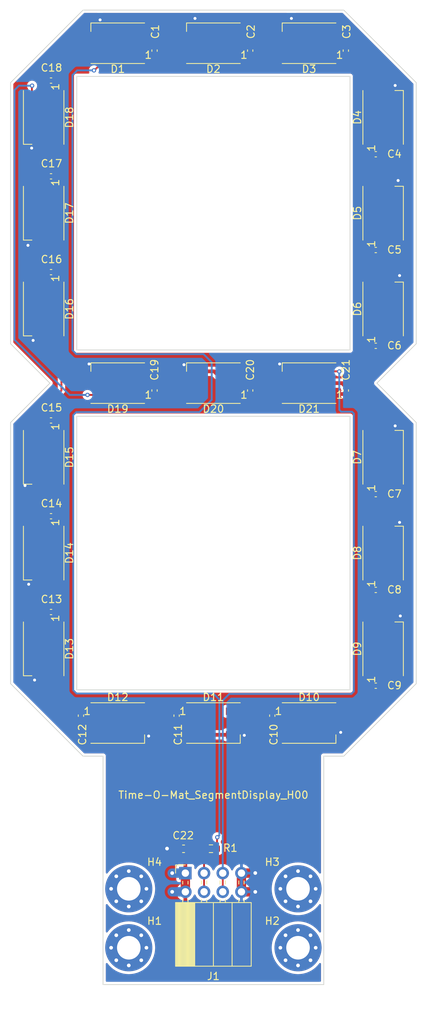
<source format=kicad_pcb>
(kicad_pcb (version 20211014) (generator pcbnew)
  (layers (0 "F.Cu" signal) (31 "B.Cu" signal) (34 "B.Paste" user) (35 "F.Paste" user) (36 "B.SilkS" user "B.Silkscreen") (37 "F.SilkS" user "F.Silkscreen") (38 "B.Mask" user) (39 "F.Mask" user) (44 "Edge.Cuts" user))
  (net 0 "")
  (net 1 "Net-(D1-Pad2)")
  (net 2 "Net-(D19-Pad2)")
  (net 3 "Net-(D2-Pad2)")
  (net 4 "Net-(D20-Pad2)")
  (net 5 "Net-(D3-Pad2)")
  (net 6 "Net-(D4-Pad2)")
  (net 7 "Net-(D5-Pad2)")
  (net 8 "Net-(D6-Pad2)")
  (net 9 "Net-(D10-Pad4)")
  (net 10 "Net-(D10-Pad2)")
  (net 11 "Net-(D11-Pad2)")
  (net 12 "Net-(D12-Pad2)")
  (net 13 "Net-(D13-Pad2)")
  (net 14 "Net-(D14-Pad2)")
  (net 15 "Net-(D15-Pad2)")
  (net 16 "Net-(D16-Pad2)")
  (net 17 "Net-(D17-Pad2)")
  (net 18 "Net-(D18-Pad2)")
  (net 19 "Net-(J1-Pad3)")
  (net 20 "Net-(D1-Pad4)")
  (net 21 "Net-(D7-Pad2)")
  (net 22 "Net-(D8-Pad2)")
  (net 23 "Net-(D21-Pad2)")
  (net 24 "+5V")
  (net 25 "GND")
  (footprint "LED_SMD:LED_WS2812B_PLCC4_5.0x5.0mm_P3.2mm" (layer "F.Cu") (at -23.065685 -23.065686 -90)
    (fp_text reference "D17")
    (fp_text value "WS2812E")
  )
  (footprint "LED_SMD:LED_WS2812B_PLCC4_5.0x5.0mm_P3.2mm" (layer "F.Cu") (at 23.065685 23.065685 90)
    (fp_text reference "D8")
    (fp_text value "WS2812E")
  )
  (footprint "LED_SMD:LED_WS2812B_PLCC4_5.0x5.0mm_P3.2mm" (layer "F.Cu") (at 13 -46.131371 180)
    (fp_text reference "D3")
    (fp_text value "WS2812E")
  )
  (footprint "Capacitor_SMD:C_0402_1005Metric" (layer "F.Cu") (at -8 1 90)
    (fp_text reference "C19")
    (fp_text value "100nF")
  )
  (footprint "MountingHole:MountingHole_3.2mm_M3_Pad_Via" (layer "F.Cu") (at -11.5 68.631371)
    (fp_text reference "H4")
    (fp_text value "MountingHole")
  )
  (footprint "Capacitor_SMD:C_0402_1005Metric" (layer "F.Cu") (at 5 -45.131371 90)
    (fp_text reference "C2")
    (fp_text value "100nF")
  )
  (footprint "Capacitor_SMD:C_0402_1005Metric" (layer "F.Cu") (at -22.065685 -41.065686 180)
    (fp_text reference "C18")
    (fp_text value "100nF")
  )
  (footprint "LED_SMD:LED_WS2812B_PLCC4_5.0x5.0mm_P3.2mm" (layer "F.Cu") (at -13 -46.131371 180)
    (fp_text reference "D1")
    (fp_text value "WS2812E")
  )
  (footprint "LED_SMD:LED_WS2812B_PLCC4_5.0x5.0mm_P3.2mm" (layer "F.Cu") (at -23.065685 -10.065686 -90)
    (fp_text reference "D16")
    (fp_text value "WS2812E")
  )
  (footprint "LED_SMD:LED_WS2812B_PLCC4_5.0x5.0mm_P3.2mm" (layer "F.Cu") (at 13 46.131371)
    (fp_text reference "D10")
    (fp_text value "WS2812E")
  )
  (footprint "Capacitor_SMD:C_0402_1005Metric" (layer "F.Cu") (at -18 45.131371 -90)
    (fp_text reference "C12")
    (fp_text value "100nF")
  )
  (footprint "Capacitor_SMD:C_0402_1005Metric" (layer "F.Cu") (at 18 -45.131371 90)
    (fp_text reference "C3")
    (fp_text value "100nF")
  )
  (footprint "Capacitor_SMD:C_0402_1005Metric" (layer "F.Cu") (at -8 -45.131371 90)
    (fp_text reference "C1")
    (fp_text value "100nF")
  )
  (footprint "Capacitor_SMD:C_0402_1005Metric" (layer "F.Cu") (at -22.065685 5.065686 180)
    (fp_text reference "C15")
    (fp_text value "100nF")
  )
  (footprint "LED_SMD:LED_WS2812B_PLCC4_5.0x5.0mm_P3.2mm" (layer "F.Cu") (at 0 -46.131371 180)
    (fp_text reference "D2")
    (fp_text value "WS2812E")
  )
  (footprint "LED_SMD:LED_WS2812B_PLCC4_5.0x5.0mm_P3.2mm" (layer "F.Cu") (at -13 46.131371)
    (fp_text reference "D12")
    (fp_text value "WS2812E")
  )
  (footprint "Capacitor_SMD:C_0402_1005Metric" (layer "F.Cu") (at 18 1 90)
    (fp_text reference "C21")
    (fp_text value "100nF")
  )
  (footprint "LED_SMD:LED_WS2812B_PLCC4_5.0x5.0mm_P3.2mm" (layer "F.Cu") (at -23.065685 -36.065686 -90)
    (fp_text reference "D18")
    (fp_text value "WS2812E")
  )
  (footprint "Capacitor_SMD:C_0402_1005Metric" (layer "F.Cu") (at 22.065685 -18.065686)
    (fp_text reference "C5")
    (fp_text value "100nF")
  )
  (footprint "Capacitor_SMD:C_0402_1005Metric" (layer "F.Cu") (at -22.065685 -15.065686 180)
    (fp_text reference "C16")
    (fp_text value "100nF")
  )
  (footprint "Capacitor_SMD:C_0402_1005Metric" (layer "F.Cu") (at -22.065685 31.065686 180)
    (fp_text reference "C13")
    (fp_text value "100nF")
  )
  (footprint "Capacitor_SMD:C_0402_1005Metric" (layer "F.Cu") (at 22.065685 15.065685)
    (fp_text reference "C7")
    (fp_text value "100nF")
  )
  (footprint "LED_SMD:LED_WS2812B_PLCC4_5.0x5.0mm_P3.2mm" (layer "F.Cu") (at -23.065685 10.065686 -90)
    (fp_text reference "D15")
    (fp_text value "WS2812E")
  )
  (footprint "LED_SMD:LED_WS2812B_PLCC4_5.0x5.0mm_P3.2mm" (layer "F.Cu") (at 13 0 180)
    (fp_text reference "D21")
    (fp_text value "WS2812E")
  )
  (footprint "Capacitor_SMD:C_0402_1005Metric" (layer "F.Cu") (at -5 45.131371 -90)
    (fp_text reference "C11")
    (fp_text value "100nF")
  )
  (footprint "Capacitor_SMD:C_0402_1005Metric" (layer "F.Cu") (at 22.065685 41.065685)
    (fp_text reference "C9")
    (fp_text value "100nF")
  )
  (footprint "Capacitor_SMD:C_0402_1005Metric" (layer "F.Cu") (at -22.065685 18.065686 180)
    (fp_text reference "C14")
    (fp_text value "100nF")
  )
  (footprint "Capacitor_SMD:C_0402_1005Metric" (layer "F.Cu") (at -22.065685 -28.065686 180)
    (fp_text reference "C17")
    (fp_text value "100nF")
  )
  (footprint "LED_SMD:LED_WS2812B_PLCC4_5.0x5.0mm_P3.2mm" (layer "F.Cu") (at 0 0 180)
    (fp_text reference "D20")
    (fp_text value "WS2812E")
  )
  (footprint "Capacitor_SMD:C_0402_1005Metric" (layer "F.Cu") (at 8 45.131371 -90)
    (fp_text reference "C10")
    (fp_text value "100nF")
  )
  (footprint "Capacitor_SMD:C_0402_1005Metric" (layer "F.Cu") (at 22.065685 -31.065686)
    (fp_text reference "C4")
    (fp_text value "100nF")
  )
  (footprint "MountingHole:MountingHole_3.2mm_M3_Pad_Via" (layer "F.Cu") (at 11.5 76.631371)
    (fp_text reference "H2")
    (fp_text value "MountingHole")
  )
  (footprint "LED_SMD:LED_WS2812B_PLCC4_5.0x5.0mm_P3.2mm" (layer "F.Cu") (at 23.065685 36.065685 90)
    (fp_text reference "D9")
    (fp_text value "WS2812E")
  )
  (footprint "LED_SMD:LED_WS2812B_PLCC4_5.0x5.0mm_P3.2mm" (layer "F.Cu") (at -13 0 180)
    (fp_text reference "D19")
    (fp_text value "WS2812E")
  )
  (footprint "LED_SMD:LED_WS2812B_PLCC4_5.0x5.0mm_P3.2mm" (layer "F.Cu") (at 23.065685 -10.065686 90)
    (fp_text reference "D6")
    (fp_text value "WS2812E")
  )
  (footprint "Connector_PinSocket_2.54mm:PinSocket_2x04_P2.54mm_Horizontal" (layer "F.Cu") (at -3.81 66.501371 90)
    (fp_text reference "J1")
    (fp_text value "Conn_02x04_Odd_Even")
  )
  (footprint "LED_SMD:LED_WS2812B_PLCC4_5.0x5.0mm_P3.2mm" (layer "F.Cu") (at 23.065685 10.065685 90)
    (fp_text reference "D7")
    (fp_text value "WS2812E")
  )
  (footprint "MountingHole:MountingHole_3.2mm_M3_Pad_Via" (layer "F.Cu") (at 11.5 68.631371)
    (fp_text reference "H3")
    (fp_text value "MountingHole")
  )
  (footprint "MountingHole:MountingHole_3.2mm_M3_Pad_Via" (layer "F.Cu") (at -11.5 76.631371)
    (fp_text reference "H1")
    (fp_text value "MountingHole")
  )
  (footprint "LED_SMD:LED_WS2812B_PLCC4_5.0x5.0mm_P3.2mm" (layer "F.Cu") (at -23.065685 36.065686 -90)
    (fp_text reference "D13")
    (fp_text value "WS2812E")
  )
  (footprint "Capacitor_SMD:C_0402_1005Metric" (layer "F.Cu") (at 22.065685 28.065685)
    (fp_text reference "C8")
    (fp_text value "100nF")
  )
  (footprint "LED_SMD:LED_WS2812B_PLCC4_5.0x5.0mm_P3.2mm" (layer "F.Cu") (at 23.065685 -36.065686 90)
    (fp_text reference "D4")
    (fp_text value "WS2812E")
  )
  (footprint "Capacitor_SMD:C_0402_1005Metric" (layer "F.Cu") (at 22.065685 -5.065686)
    (fp_text reference "C6")
    (fp_text value "100nF")
  )
  (footprint "LED_SMD:LED_WS2812B_PLCC4_5.0x5.0mm_P3.2mm" (layer "F.Cu") (at -23.065685 23.065686 -90)
    (fp_text reference "D14")
    (fp_text value "WS2812E")
  )
  (footprint "LED_SMD:LED_WS2812B_PLCC4_5.0x5.0mm_P3.2mm" (layer "F.Cu") (at 23.065685 -23.065686 90)
    (fp_text reference "D5")
    (fp_text value "WS2812E")
  )
  (footprint "Capacitor_SMD:C_0603_1608Metric" (layer "F.Cu") (at -4.055 63.2 180)
    (fp_text reference "C22")
    (fp_text value "10uF")
  )
  (footprint "Resistor_SMD:R_0603_1608Metric" (layer "F.Cu") (at -0.33 63.19)
    (fp_text reference "R1")
    (fp_text value "75R")
  )
  (footprint "Capacitor_SMD:C_0402_1005Metric" (layer "F.Cu") (at 5 1 90)
    (fp_text reference "C20")
    (fp_text value "100nF")
  )
  (footprint "LED_SMD:LED_WS2812B_PLCC4_5.0x5.0mm_P3.2mm" (layer "F.Cu") (at 0 46.131371)
    (fp_text reference "D11")
    (fp_text value "WS2812E")
  )
  (gr_line (start -15 81.631371) (end -15 50.631371) (layer "Edge.Cuts") (width 0.1))
  (gr_line (start 15 50.631371) (end 17.717157 50.631371) (layer "Edge.Cuts") (width 0.1))
  (gr_line (start 27.565685 5.348528) (end 27.565685 40.782843) (layer "Edge.Cuts") (width 0.1))
  (gr_line (start 22.217157 0) (end 27.565685 5.348528) (layer "Edge.Cuts") (width 0.1))
  (gr_line (start 18.565685 -41.631371) (end -18.565685 -41.631371) (layer "Edge.Cuts") (width 0.1))
  (gr_line (start -17.717157 50.631371) (end -15 50.631371) (layer "Edge.Cuts") (width 0.1))
  (gr_line (start 18.565685 4.5) (end 18.565685 41.631371) (layer "Edge.Cuts") (width 0.1))
  (gr_line (start 27.565685 -5.348528) (end 27.565685 -40.782843) (layer "Edge.Cuts") (width 0.1))
  (gr_line (start 15 81.631371) (end 15 50.631371) (layer "Edge.Cuts") (width 0.1))
  (gr_line (start -27.565685 5.348528) (end -27.565685 40.782843) (layer "Edge.Cuts") (width 0.1))
  (gr_line (start -17.717157 -50.631371) (end 17.717157 -50.631371) (layer "Edge.Cuts") (width 0.1))
  (gr_line (start 18.565685 4.5) (end -18.565685 4.5) (layer "Edge.Cuts") (width 0.1))
  (gr_line (start -22.217157 0) (end -27.565685 5.348528) (layer "Edge.Cuts") (width 0.1))
  (gr_line (start -27.565685 -5.348528) (end -27.565685 -40.782843) (layer "Edge.Cuts") (width 0.1))
  (gr_line (start -18.565685 -4.5) (end -18.565685 -41.631371) (layer "Edge.Cuts") (width 0.1))
  (gr_line (start -22.217157 0) (end -27.565685 -5.348528) (layer "Edge.Cuts") (width 0.1))
  (gr_line (start 17.717157 50.631371) (end 27.565685 40.782843) (layer "Edge.Cuts") (width 0.1))
  (gr_line (start -18.565685 4.5) (end -18.565685 41.631371) (layer "Edge.Cuts") (width 0.1))
  (gr_line (start 27.565685 -40.782843) (end 17.717157 -50.631371) (layer "Edge.Cuts") (width 0.1))
  (gr_line (start 22.217157 0) (end 27.565685 -5.348528) (layer "Edge.Cuts") (width 0.1))
  (gr_line (start -27.565685 40.782843) (end -17.717157 50.631371) (layer "Edge.Cuts") (width 0.1))
  (gr_line (start -17.717157 -50.631371) (end -27.565685 -40.782843) (layer "Edge.Cuts") (width 0.1))
  (gr_line (start 18.565685 -4.5) (end -18.565685 -4.5) (layer "Edge.Cuts") (width 0.1))
  (gr_line (start -15 81.631371) (end 15 81.631371) (layer "Edge.Cuts") (width 0.1))
  (gr_line (start 18.565685 -4.5) (end 18.565685 -41.631371) (layer "Edge.Cuts") (width 0.1))
  (gr_line (start 18.565685 41.631371) (end -18.565685 41.631371) (layer "Edge.Cuts") (width 0.1))
  (gr_text "Time-O-Mat_SegmentDisplay_H00" (at 0 55.9) (layer "F.SilkS") (effects (font (size 1 1))))
  (segment (start -6.581371 -47.731371) (end -10.55 -47.731371) (width 0.254) (layer "F.Cu") (net 1))
  (segment (start -3.381371 -44.531371) (end -6.581371 -47.731371) (width 0.254) (layer "F.Cu") (net 1))
  (segment (start -2.45 -44.531371) (end -3.381371 -44.531371) (width 0.254) (layer "F.Cu") (net 1))
  (segment (start -8.77 -1.6) (end -5.57 1.6) (width 0.254) (layer "F.Cu") (net 2))
  (segment (start -5.57 1.6) (end -2.45 1.6) (width 0.254) (layer "F.Cu") (net 2))
  (segment (start -10.55 -1.6) (end -8.77 -1.6) (width 0.254) (layer "F.Cu") (net 2))
  (segment (start 7.341371 -47.74) (end 7.332742 -47.731371) (width 0.254) (layer "F.Cu") (net 3))
  (segment (start 7.332742 -47.731371) (end 2.45 -47.731371) (width 0.254) (layer "F.Cu") (net 3))
  (segment (start 10.55 -44.531371) (end 7.341371 -47.74) (width 0.254) (layer "F.Cu") (net 3))
  (segment (start 4.17 -1.6) (end 7.37 1.6) (width 0.254) (layer "F.Cu") (net 4))
  (segment (start 2.45 -1.6) (end 4.17 -1.6) (width 0.254) (layer "F.Cu") (net 4))
  (segment (start 7.37 1.6) (end 10.55 1.6) (width 0.254) (layer "F.Cu") (net 4))
  (segment (start 21.465685 -43.864315) (end 21.465685 -38.515686) (width 0.254) (layer "F.Cu") (net 5))
  (segment (start 15.45 -47.731371) (end 17.598629 -47.731371) (width 0.254) (layer "F.Cu") (net 5))
  (segment (start 17.598629 -47.731371) (end 21.465685 -43.864315) (width 0.254) (layer "F.Cu") (net 5))
  (segment (start 24.665685 -31.575685) (end 21.465685 -28.375685) (width 0.254) (layer "F.Cu") (net 6))
  (segment (start 21.465685 -28.375685) (end 21.465685 -25.515686) (width 0.254) (layer "F.Cu") (net 6))
  (segment (start 24.665685 -33.615686) (end 24.665685 -31.575685) (width 0.254) (layer "F.Cu") (net 6))
  (segment (start 24.665685 -18.455685) (end 21.465685 -15.255685) (width 0.254) (layer "F.Cu") (net 7))
  (segment (start 24.665685 -20.615686) (end 24.665685 -18.455685) (width 0.254) (layer "F.Cu") (net 7))
  (segment (start 21.465685 -15.255685) (end 21.465685 -12.515686) (width 0.254) (layer "F.Cu") (net 7))
  (segment (start 24.665685 -5.825685) (end 20.41 -1.57) (width 0.254) (layer "F.Cu") (net 8))
  (segment (start 24.665685 -7.615686) (end 24.665685 -5.825685) (width 0.254) (layer "F.Cu") (net 8))
  (segment (start 21.465685 2.755685) (end 21.465685 7.615685) (width 0.254) (layer "F.Cu") (net 8))
  (segment (start 20.41 1.7) (end 21.465685 2.755685) (width 0.254) (layer "F.Cu") (net 8))
  (segment (start 20.41 -1.57) (end 20.41 1.7) (width 0.254) (layer "F.Cu") (net 8))
  (segment (start 24.665685 38.515685) (end 24.665685 40.524315) (width 0.254) (layer "F.Cu") (net 9))
  (segment (start 24.665685 40.524315) (end 20.658629 44.531371) (width 0.254) (layer "F.Cu") (net 9))
  (segment (start 20.658629 44.531371) (end 15.45 44.531371) (width 0.254) (layer "F.Cu") (net 9))
  (segment (start 4.711371 44.531371) (end 2.45 44.531371) (width 0.254) (layer "F.Cu") (net 10))
  (segment (start 7.911371 47.731371) (end 4.711371 44.531371) (width 0.254) (layer "F.Cu") (net 10))
  (segment (start 10.55 47.731371) (end 7.911371 47.731371) (width 0.254) (layer "F.Cu") (net 10))
  (segment (start -8.128629 44.531371) (end -10.55 44.531371) (width 0.254) (layer "F.Cu") (net 11))
  (segment (start -4.928629 47.731371) (end -8.128629 44.531371) (width 0.254) (layer "F.Cu") (net 11))
  (segment (start -2.45 47.731371) (end -4.928629 47.731371) (width 0.254) (layer "F.Cu") (net 11))
  (segment (start -15.45 47.731371) (end -17.368629 47.731371) (width 0.254) (layer "F.Cu") (net 12))
  (segment (start -21.465685 43.634315) (end -21.465685 38.515686) (width 0.254) (layer "F.Cu") (net 12))
  (segment (start -17.368629 47.731371) (end -21.465685 43.634315) (width 0.254) (layer "F.Cu") (net 12))
  (segment (start -21.465685 27.275685) (end -21.465685 25.515686) (width 0.254) (layer "F.Cu") (net 13))
  (segment (start -24.665685 33.615686) (end -24.665685 30.475685) (width 0.254) (layer "F.Cu") (net 13))
  (segment (start -24.665685 30.475685) (end -21.465685 27.275685) (width 0.254) (layer "F.Cu") (net 13))
  (segment (start -24.665685 20.615686) (end -24.665685 17.525685) (width 0.254) (layer "F.Cu") (net 14))
  (segment (start -21.465685 14.325685) (end -21.465685 12.515686) (width 0.254) (layer "F.Cu") (net 14))
  (segment (start -24.665685 17.525685) (end -21.465685 14.325685) (width 0.254) (layer "F.Cu") (net 14))
  (segment (start -20.65 -1.44) (end -21.465685 -2.255685) (width 0.254) (layer "F.Cu") (net 15))
  (segment (start -24.665685 5.015685) (end -20.65 1) (width 0.254) (layer "F.Cu") (net 15))
  (segment (start -21.465685 -2.255685) (end -21.465685 -7.615686) (width 0.254) (layer "F.Cu") (net 15))
  (segment (start -20.65 1) (end -20.65 -1.44) (width 0.254) (layer "F.Cu") (net 15))
  (segment (start -24.665685 7.615686) (end -24.665685 5.015685) (width 0.254) (layer "F.Cu") (net 15))
  (segment (start -21.465685 -18.664315) (end -21.465685 -20.615686) (width 0.254) (layer "F.Cu") (net 16))
  (segment (start -24.665685 -12.515686) (end -24.665685 -15.464315) (width 0.254) (layer "F.Cu") (net 16))
  (segment (start -24.665685 -15.464315) (end -21.465685 -18.664315) (width 0.254) (layer "F.Cu") (net 16))
  (segment (start -24.665685 -28.244315) (end -21.465685 -31.444315) (width 0.254) (layer "F.Cu") (net 17))
  (segment (start -21.465685 -31.444315) (end -21.465685 -33.615686) (width 0.254) (layer "F.Cu") (net 17))
  (segment (start -24.665685 -25.515686) (end -24.665685 -28.244315) (width 0.254) (layer "F.Cu") (net 17))
  (segment (start -24.665685 -38.515686) (end -24.665685 -40.344315) (width 0.254) (layer "F.Cu") (net 18))
  (segment (start -24.665685 -40.344315) (end -24.64 -40.37) (width 0.254) (layer "F.Cu") (net 18))
  (segment (start -15.45 1.6) (end -17.11 1.6) (width 0.254) (layer "F.Cu") (net 18))
  (via (at -17.11 1.6) (size 0.6) (drill 0.3) (layers "F.Cu" "B.Cu") (net 18))
  (via (at -24.64 -40.37) (size 0.6) (drill 0.3) (layers "F.Cu" "B.Cu") (net 18))
  (segment (start -21.65 -0.51) (end -21.55 -0.41) (width 0.254) (layer "B.Cu") (net 18))
  (segment (start -24.64 -40.37) (end -26.43 -40.37) (width 0.254) (layer "B.Cu") (net 18))
  (segment (start -26.43 -40.37) (end -27.03 -39.77) (width 0.254) (layer "B.Cu") (net 18))
  (segment (start -27.03 -39.77) (end -27.03 -5.89) (width 0.254) (layer "B.Cu") (net 18))
  (segment (start -19.54 1.6) (end -21.55 -0.41) (width 0.254) (layer "B.Cu") (net 18))
  (segment (start -17.11 1.6) (end -19.54 1.6) (width 0.254) (layer "B.Cu") (net 18))
  (segment (start -27.03 -5.89) (end -21.65 -0.51) (width 0.254) (layer "B.Cu") (net 18))
  (segment (start -1.27 66.501371) (end -1.27 69.041371) (width 0.254) (layer "F.Cu") (net 19))
  (segment (start -1.27 66.501371) (end -1.27 63.305) (width 0.254) (layer "F.Cu") (net 19))
  (segment (start -1.27 63.305) (end -1.155 63.19) (width 0.254) (layer "F.Cu") (net 19))
  (segment (start -16.23 -42.45) (end -16.17 -42.45) (width 0.254) (layer "F.Cu") (net 20))
  (segment (start -16.17 -42.45) (end -15.45 -43.17) (width 0.254) (layer "F.Cu") (net 20))
  (segment (start 0.495 61.675) (end 0.53 61.64) (width 0.254) (layer "F.Cu") (net 20))
  (segment (start 0.495 63.19) (end 0.495 61.675) (width 0.254) (layer "F.Cu") (net 20))
  (segment (start -15.45 -43.17) (end -15.45 -44.531371) (width 0.254) (layer "F.Cu") (net 20))
  (via (at -16.23 -42.45) (size 0.6) (drill 0.3) (layers "F.Cu" "B.Cu") (net 20))
  (via (at 0.53 61.64) (size 0.6) (drill 0.3) (layers "F.Cu" "B.Cu") (net 20))
  (segment (start 0.81648 42.94648) (end 0 42.13) (width 0.254) (layer "B.Cu") (net 20))
  (segment (start -19.16 -41.8) (end -18.51 -42.45) (width 0.254) (layer "B.Cu") (net 20))
  (segment (start 0.53 61.64) (end 0.81648 61.35352) (width 0.254) (layer "B.Cu") (net 20))
  (segment (start -18.63 -3.94) (end -19.16 -4.47) (width 0.254) (layer "B.Cu") (net 20))
  (segment (start -1.34 -3.94) (end -18.63 -3.94) (width 0.254) (layer "B.Cu") (net 20))
  (segment (start 0.81648 61.35352) (end 0.81648 42.94648) (width 0.254) (layer "B.Cu") (net 20))
  (segment (start -19.16 -4.47) (end -19.16 -41.8) (width 0.254) (layer "B.Cu") (net 20))
  (segment (start -0.23 2.26) (end -0.23 -2.83) (width 0.254) (layer "B.Cu") (net 20))
  (segment (start -1.28 -3.88) (end -1.34 -3.94) (width 0.254) (layer "B.Cu") (net 20))
  (segment (start 0 42.13) (end -18.53 42.13) (width 0.254) (layer "B.Cu") (net 20))
  (segment (start -18.64 3.93) (end -1.96 3.93) (width 0.254) (layer "B.Cu") (net 20))
  (segment (start -18.51 -42.45) (end -16.23 -42.45) (width 0.254) (layer "B.Cu") (net 20))
  (segment (start -1.9 3.93) (end -0.23 2.26) (width 0.254) (layer "B.Cu") (net 20))
  (segment (start -18.6 42.13) (end -19.05 41.68) (width 0.254) (layer "B.Cu") (net 20))
  (segment (start -19.05 4.34) (end -18.66 3.95) (width 0.254) (layer "B.Cu") (net 20))
  (segment (start -18.53 42.13) (end -18.6 42.13) (width 0.254) (layer "B.Cu") (net 20))
  (segment (start -19.05 41.68) (end -19.05 4.34) (width 0.254) (layer "B.Cu") (net 20))
  (segment (start -0.23 -2.83) (end -1.28 -3.88) (width 0.254) (layer "B.Cu") (net 20))
  (segment (start -1.96 3.93) (end -1.9 3.93) (width 0.254) (layer "B.Cu") (net 20))
  (segment (start -18.66 3.95) (end -18.64 3.93) (width 0.254) (layer "B.Cu") (net 20))
  (segment (start 24.665685 15.214315) (end 21.465685 18.414315) (width 0.254) (layer "F.Cu") (net 21))
  (segment (start 24.665685 12.515685) (end 24.665685 15.214315) (width 0.254) (layer "F.Cu") (net 21))
  (segment (start 21.465685 18.414315) (end 21.465685 20.615685) (width 0.254) (layer "F.Cu") (net 21))
  (segment (start 24.665685 27.984315) (end 21.465685 31.184315) (width 0.254) (layer "F.Cu") (net 22))
  (segment (start 21.465685 31.184315) (end 21.465685 33.615685) (width 0.254) (layer "F.Cu") (net 22))
  (segment (start 24.665685 25.515685) (end 24.665685 27.984315) (width 0.254) (layer "F.Cu") (net 22))
  (segment (start 17.09 -1.6) (end 17.11 -1.58) (width 0.254) (layer "F.Cu") (net 23))
  (segment (start 1.27 66.501371) (end 1.27 69.041371) (width 0.254) (layer "F.Cu") (net 23))
  (segment (start 15.45 -1.6) (end 17.09 -1.6) (width 0.254) (layer "F.Cu") (net 23))
  (via (at 17.11 -1.58) (size 0.6) (drill 0.3) (layers "F.Cu" "B.Cu") (net 23))
  (segment (start 1.27 43.07) (end 1.27 66.501371) (width 0.254) (layer "B.Cu") (net 23))
  (segment (start 19.09 41.84) (end 18.75 42.18) (width 0.254) (layer "B.Cu") (net 23))
  (segment (start 18.84 3.88) (end 19.09 4.13) (width 0.254) (layer "B.Cu") (net 23))
  (segment (start 17.11 -1.58) (end 17.11 3.62) (width 0.254) (layer "B.Cu") (net 23))
  (segment (start 17.11 3.62) (end 17.37 3.88) (width 0.254) (layer "B.Cu") (net 23))
  (segment (start 19.09 4.13) (end 19.09 41.84) (width 0.254) (layer "B.Cu") (net 23))
  (segment (start 17.37 3.88) (end 18.84 3.88) (width 0.254) (layer "B.Cu") (net 23))
  (segment (start 18.75 42.18) (end 2.16 42.18) (width 0.254) (layer "B.Cu") (net 23))
  (segment (start 2.16 42.18) (end 1.27 43.07) (width 0.254) (layer "B.Cu") (net 23))
  (segment (start -3.81 66.501371) (end -3.81 69.041371) (width 1.27) (layer "F.Cu") (net 24))
  (via (at -5.6 66.5) (size 1) (drill 0.5) (layers "F.Cu" "B.Cu") (net 24))
  (via (at -5.6 69.04) (size 1) (drill 0.5) (layers "F.Cu" "B.Cu") (net 24))
  (segment (start -3.81 66.501371) (end -5.598629 66.501371) (width 1.27) (layer "B.Cu") (net 24))
  (segment (start -5.598629 69.041371) (end -5.6 69.04) (width 1.27) (layer "B.Cu") (net 24))
  (segment (start -5.598629 66.501371) (end -5.6 66.5) (width 1.27) (layer "B.Cu") (net 24))
  (segment (start -3.81 69.041371) (end -5.598629 69.041371) (width 1.27) (layer "B.Cu") (net 24))
  (segment (start -11.1 -45.9) (end -12.931371 -47.731371) (width 0.508) (layer "F.Cu") (net 25))
  (segment (start -2.45 -47.731371) (end -2.45 -49.45) (width 0.508) (layer "F.Cu") (net 25))
  (segment (start -22.8 -37.8) (end -24.665685 -35.934315) (width 0.508) (layer "F.Cu") (net 25))
  (segment (start 5.678629 66.501371) (end 5.69 66.49) (width 1.27) (layer "F.Cu") (net 25))
  (segment (start -15.45 -47.731371) (end -15.45 -49.25) (width 0.508) (layer "F.Cu") (net 25))
  (segment (start -24.665685 -19.234315) (end -25.2 -18.7) (width 0.508) (layer "F.Cu") (net 25))
  (segment (start 18 -45.611371) (end 17.711371 -45.9) (width 0.508) (layer "F.Cu") (net 25))
  (segment (start -8.288629 -45.9) (end -11.1 -45.9) (width 0.508) (layer "F.Cu") (net 25))
  (segment (start -13 -1.6) (end -11.4 0) (width 0.508) (layer "F.Cu") (net 25))
  (segment (start -24.665685 22.765685) (end -24.665685 25.515686) (width 0.508) (layer "F.Cu") (net 25))
  (segment (start -22.545685 -15.065686) (end -22.9 -14.711371) (width 0.508) (layer "F.Cu") (net 25))
  (segment (start -5 45.611371) (end -4.711371 45.9) (width 0.508) (layer "F.Cu") (net 25))
  (segment (start 11.2 46) (end 12.931371 47.731371) (width 0.508) (layer "F.Cu") (net 25))
  (segment (start 22.545685 28.065685) (end 22.9 27.71137) (width 0.508) (layer "F.Cu") (net 25))
  (segment (start 24.665685 5.834315) (end 24.7 5.8) (width 0.508) (layer "F.Cu") (net 25))
  (segment (start -22.8 18.320001) (end -22.8 20.9) (width 0.508) (layer "F.Cu") (net 25))
  (segment (start 4.611371 -46) (end 1.7 -46) (width 0.508) (layer "F.Cu") (net 25))
  (segment (start 10.55 -1.6) (end 13 -1.6) (width 0.508) (layer "F.Cu") (net 25))
  (segment (start -22.9 34.2) (end -24.665685 35.965685) (width 0.508) (layer "F.Cu") (net 25))
  (segment (start 24.665685 -27.065685) (end 25.1 -27.5) (width 0.508) (layer "F.Cu") (net 25))
  (segment (start 16.968629 47.731371) (end 17.3 47.4) (width 0.508) (layer "F.Cu") (net 25))
  (segment (start 10 -1.6) (end 9 -2.6) (width 0.508) (layer "F.Cu") (net 25))
  (segment (start -14.9 45.8) (end -12.968629 47.731371) (width 0.508) (layer "F.Cu") (net 25))
  (segment (start 2.45 47.731371) (end 4.131371 47.731371) (width 0.508) (layer "F.Cu") (net 25))
  (segment (start 22.9 -31.420001) (end 22.9 -34) (width 0.508) (layer "F.Cu") (net 25))
  (segment (start 24.665685 33.615685) (end 24.665685 32.334315) (width 0.508) (layer "F.Cu") (net 25))
  (segment (start 8 45.611371) (end 8.388629 46) (width 0.508) (layer "F.Cu") (net 25))
  (segment (start -0.068629 47.731371) (end 2.45 47.731371) (width 0.508) (layer "F.Cu") (net 25))
  (segment (start -17.811371 45.8) (end -14.9 45.8) (width 0.508) (layer "F.Cu") (net 25))
  (segment (start 24.665685 7.615685) (end 24.665685 5.834315) (width 0.508) (layer "F.Cu") (net 25))
  (segment (start 24.665685 -25.515686) (end 24.665685 -27.065685) (width 0.508) (layer "F.Cu") (net 25))
  (segment (start 5 -45.611371) (end 4.611371 -46) (width 0.508) (layer "F.Cu") (net 25))
  (segment (start 22.8 40.81137) (end 22.8 38.2) (width 0.508) (layer "F.Cu") (net 25))
  (segment (start -24.665685 -35.934315) (end -24.665685 -33.615686) (width 0.508) (layer "F.Cu") (net 25))
  (segment (start -0.031371 -47.731371) (end -2.45 -47.731371) (width 0.508) (layer "F.Cu") (net 25))
  (segment (start 22.545685 15.065685) (end 22.8 14.81137) (width 0.508) (layer "F.Cu") (net 25))
  (segment (start 3.81 66.501371) (end 5.678629 66.501371) (width 1.27) (layer "F.Cu") (net 25))
  (segment (start -12.931371 -47.731371) (end -15.45 -47.731371) (width 0.508) (layer "F.Cu") (net 25))
  (segment (start 22.9 27.71137) (end 22.9 25) (width 0.508) (layer "F.Cu") (net 25))
  (segment (start 24.665685 20.615685) (end 24.665685 19.534315) (width 0.508) (layer "F.Cu") (net 25))
  (segment (start -22.9 31.420001) (end -22.9 34.2) (width 0.508) (layer "F.Cu") (net 25))
  (segment (start -22.8 5.320001) (end -22.8 8.1) (width 0.508) (layer "F.Cu") (net 25))
  (segment (start -2.45 -1.6) (end 0.1 -1.6) (width 0.508) (layer "F.Cu") (net 25))
  (segment (start -24.665685 12.965685) (end -25.6 13.9) (width 0.508) (layer "F.Cu") (net 25))
  (segment (start -2.45 -1.6) (end -3.1 -1.6) (width 0.508) (layer "F.Cu") (net 25))
  (segment (start -11.4 0) (end -8.52 0) (width 0.508) (layer "F.Cu") (net 25))
  (segment (start -22.545685 31.065686) (end -22.9 31.420001) (width 0.508) (layer "F.Cu") (net 25))
  (segment (start -24.665685 -33.615686) (end -24.665685 -31.934315) (width 0.508) (layer "F.Cu") (net 25))
  (segment (start -24.665685 -20.615686) (end -24.665685 -19.234315) (width 0.508) (layer "F.Cu") (net 25))
  (segment (start 17.48 0) (end 18 0.52) (width 0.508) (layer "F.Cu") (net 25))
  (segment (start 24.665685 -35.765685) (end 24.665685 -38.515686) (width 0.508) (layer "F.Cu") (net 25))
  (segment (start -22.545685 18.065686) (end -22.8 18.320001) (width 0.508) (layer "F.Cu") (net 25))
  (segment (start -22.9 -12) (end -24.665685 -10.234315) (width 0.508) (layer "F.Cu") (net 25))
  (segment (start 24.665685 -13.965685) (end 25.3 -14.6) (width 0.508) (layer "F.Cu") (net 25))
  (segment (start -15.45 -1.6) (end -15.9 -1.6) (width 0.508) (layer "F.Cu") (net 25))
  (segment (start 22.8 -8.525001) (end 24.665685 -10.390686) (width 0.508) (layer "F.Cu") (net 25))
  (segment (start 24.665685 10.134315) (end 24.665685 7.615685) (width 0.508) (layer "F.Cu") (net 25))
  (segment (start -15.45 -49.25) (end -15.4 -49.3) (width 0.508) (layer "F.Cu") (net 25))
  (segment (start 3.81 66.501371) (end 3.81 69.041371) (width 1.27) (layer "F.Cu") (net 25))
  (segment (start -6.27 63.2) (end -6.3 63.17) (width 1.27) (layer "F.Cu") (net 25))
  (segment (start -1.9 45.9) (end -0.068629 47.731371) (width 0.508) (layer "F.Cu") (net 25))
  (segment (start -4.711371 45.9) (end -1.9 45.9) (width 0.508) (layer "F.Cu") (net 25))
  (segment (start 10.55 -47.731371) (end 10.55 -49.45) (width 0.508) (layer "F.Cu") (net 25))
  (segment (start 24.665685 23.234315) (end 24.665685 20.615685) (width 0.508) (layer "F.Cu") (net 25))
  (segment (start 4.28 -0.2) (end 5 0.52) (width 0.508) (layer "F.Cu") (net 25))
  (segment (start -24.665685 12.515686) (end -24.665685 12.965685) (width 0.508) (layer "F.Cu") (net 25))
  (segment (start -18 45.611371) (end -17.811371 45.8) (width 0.508) (layer "F.Cu") (net 25))
  (segment (start -22.9 -14.711371) (end -22.9 -12) (width 0.508) (layer "F.Cu") (net 25))
  (segment (start 24.665685 -38.515686) (end 24.665685 -40.365685) (width 0.508) (layer "F.Cu") (net 25))
  (segment (start 24.665685 36.334315) (end 24.665685 33.615685) (width 0.508) (layer "F.Cu") (net 25))
  (segment (start 1.5 -0.2) (end 4.28 -0.2) (width 0.508) (layer "F.Cu") (net 25))
  (segment (start 24.665685 32.334315) (end 25.4 31.6) (width 0.508) (layer "F.Cu") (net 25))
  (segment (start 1.7 -46) (end -0.031371 -47.731371) (width 0.508) (layer "F.Cu") (net 25))
  (segment (start 17.711371 -45.9) (end 14.9 -45.9) (width 0.508) (layer "F.Cu") (net 25))
  (segment (start 0.1 -1.6) (end 1.5 -0.2) (width 0.508) (layer "F.Cu") (net 25))
  (segment (start -23 -27.611371) (end -23 -24.9) (width 0.508) (layer "F.Cu") (net 25))
  (segment (start -4.83 63.2) (end -6.27 63.2) (width 1.27) (layer "F.Cu") (net 25))
  (segment (start -15.9 -1.6) (end -16.9 -2.6) (width 0.508) (layer "F.Cu") (net 25))
  (segment (start 10.55 -49.45) (end 10.6 -49.5) (width 0.508) (layer "F.Cu") (net 25))
  (segment (start 10.55 -1.6) (end 10 -1.6) (width 0.508) (layer "F.Cu") (net 25))
  (segment (start -12.968629 47.731371) (end -10.55 47.731371) (width 0.508) (layer "F.Cu") (net 25))
  (segment (start 22.545685 -18.065686) (end 22.8 -18.320001) (width 0.508) (layer "F.Cu") (net 25))
  (segment (start 14.6 0) (end 17.48 0) (width 0.508) (layer "F.Cu") (net 25))
  (segment (start -3.1 -1.6) (end -4 -2.5) (width 0.508) (layer "F.Cu") (net 25))
  (segment (start 22.8 38.2) (end 24.665685 36.334315) (width 0.508) (layer "F.Cu") (net 25))
  (segment (start -22.545685 5.065686) (end -22.8 5.320001) (width 0.508) (layer "F.Cu") (net 25))
  (segment (start 22.9 -34) (end 24.665685 -35.765685) (width 0.508) (layer "F.Cu") (net 25))
  (segment (start -2.45 -49.45) (end -2.5 -49.5) (width 0.508) (layer "F.Cu") (net 25))
  (segment (start -24.665685 38.515686) (end -24.665685 39.934315) (width 0.508) (layer "F.Cu") (net 25))
  (segment (start -22.545685 -41.065686) (end -22.8 -40.811371) (width 0.508) (layer "F.Cu") (net 25))
  (segment (start 13.068629 -47.731371) (end 10.55 -47.731371) (width 0.508) (layer "F.Cu") (net 25))
  (segment (start -8.968629 47.731371) (end -8.8 47.9) (width 0.508) (layer "F.Cu") (net 25))
  (segment (start -24.665685 26.865685) (end -25.1 27.3) (width 0.508) (layer "F.Cu") (net 25))
  (segment (start -24.665685 39.934315) (end -24.3 40.3) (width 0.508) (layer "F.Cu") (net 25))
  (segment (start -24.665685 35.965685) (end -24.665685 38.515686) (width 0.508) (layer "F.Cu") (net 25))
  (segment (start -10.55 47.731371) (end -8.968629 47.731371) (width 0.508) (layer "F.Cu") (net 25))
  (segment (start -15.45 -1.6) (end -13 -1.6) (width 0.508) (layer "F.Cu") (net 25))
  (segment (start 22.8 -5.320001) (end 22.8 -8.525001) (width 0.508) (layer "F.Cu") (net 25))
  (segment (start 22.8 14.81137) (end 22.8 12) (width 0.508) (layer "F.Cu") (net 25))
  (segment (start 12.931371 47.731371) (end 15.45 47.731371) (width 0.508) (layer "F.Cu") (net 25))
  (segment (start -24.665685 -7.615686) (end -24.665685 -5.965685) (width 0.508) (layer "F.Cu") (net 25))
  (segment (start -24.665685 -5.965685) (end -24.5 -5.8) (width 0.508) (layer "F.Cu") (net 25))
  (segment (start -22.545685 -28.065686) (end -23 -27.611371) (width 0.508) (layer "F.Cu") (net 25))
  (segment (start 22.545685 -5.065686) (end 22.8 -5.320001) (width 0.508) (layer "F.Cu") (net 25))
  (segment (start 24.665685 -10.390686) (end 24.665685 -12.515686) (width 0.508) (layer "F.Cu") (net 25))
  (segment (start 22.8 -18.320001) (end 22.8 -21.2) (width 0.508) (layer "F.Cu") (net 25))
  (segment (start 5.681371 69.041371) (end 5.69 69.05) (width 1.27) (layer "F.Cu") (net 25))
  (segment (start 22.545685 41.065685) (end 22.8 40.81137) (width 0.508) (layer "F.Cu") (net 25))
  (segment (start -23 -24.9) (end -24.665685 -23.234315) (width 0.508) (layer "F.Cu") (net 25))
  (segment (start -8 -45.611371) (end -8.288629 -45.9) (width 0.508) (layer "F.Cu") (net 25))
  (segment (start -22.8 -40.811371) (end -22.8 -37.8) (width 0.508) (layer "F.Cu") (net 25))
  (segment (start 24.665685 19.534315) (end 25.3 18.9) (width 0.508) (layer "F.Cu") (net 25))
  (segment (start 8.388629 46) (end 11.2 46) (width 0.508) (layer "F.Cu") (net 25))
  (segment (start 3.81 69.041371) (end 5.681371 69.041371) (width 1.27) (layer "F.Cu") (net 25))
  (segment (start -22.8 20.9) (end -24.665685 22.765685) (width 0.508) (layer "F.Cu") (net 25))
  (segment (start 14.9 -45.9) (end 13.068629 -47.731371) (width 0.508) (layer "F.Cu") (net 25))
  (segment (start 24.665685 -23.065685) (end 24.665685 -25.515686) (width 0.508) (layer "F.Cu") (net 25))
  (segment (start -24.665685 -23.234315) (end -24.665685 -20.615686) (width 0.508) (layer "F.Cu") (net 25))
  (segment (start -24.665685 9.965685) (end -24.665685 12.515686) (width 0.508) (layer "F.Cu") (net 25))
  (segment (start -24.665685 -31.934315) (end -24.7 -31.9) (width 0.508) (layer "F.Cu") (net 25))
  (segment (start 22.9 25) (end 24.665685 23.234315) (width 0.508) (layer "F.Cu") (net 25))
  (segment (start 22.8 12) (end 24.665685 10.134315) (width 0.508) (layer "F.Cu") (net 25))
  (segment (start 13 -1.6) (end 14.6 0) (width 0.508) (layer "F.Cu") (net 25))
  (segment (start -22.8 8.1) (end -24.665685 9.965685) (width 0.508) (layer "F.Cu") (net 25))
  (segment (start 24.665685 -40.365685) (end 24.7 -40.4) (width 0.508) (layer "F.Cu") (net 25))
  (segment (start -8.52 0) (end -8 0.52) (width 0.508) (layer "F.Cu") (net 25))
  (segment (start 4.131371 47.731371) (end 4.2 47.8) (width 0.508) (layer "F.Cu") (net 25))
  (segment (start 22.545685 -31.065686) (end 22.9 -31.420001) (width 0.508) (layer "F.Cu") (net 25))
  (segment (start -24.665685 25.515686) (end -24.665685 26.865685) (width 0.508) (layer "F.Cu") (net 25))
  (segment (start -24.665685 -10.234315) (end -24.665685 -7.615686) (width 0.508) (layer "F.Cu") (net 25))
  (segment (start 15.45 47.731371) (end 16.968629 47.731371) (width 0.508) (layer "F.Cu") (net 25))
  (segment (start 22.8 -21.2) (end 24.665685 -23.065685) (width 0.508) (layer "F.Cu") (net 25))
  (segment (start 24.665685 -12.515686) (end 24.665685 -13.965685) (width 0.508) (layer "F.Cu") (net 25))
  (via (at -25.2 -18.7) (size 0.8) (drill 0.4) (layers "F.Cu" "B.Cu") (net 25))
  (via (at -15.4 -49.3) (size 0.8) (drill 0.4) (layers "F.Cu" "B.Cu") (net 25))
  (via (at -6.3 63.17) (size 1) (drill 0.5) (layers "F.Cu" "B.Cu") (net 25))
  (via (at 5.69 69.05) (size 1) (drill 0.5) (layers "F.Cu" "B.Cu") (net 25))
  (via (at 9 -2.6) (size 0.8) (drill 0.4) (layers "F.Cu" "B.Cu") (net 25))
  (via (at 24.7 5.8) (size 0.8) (drill 0.4) (layers "F.Cu" "B.Cu") (net 25))
  (via (at -8.8 47.9) (size 0.8) (drill 0.4) (layers "F.Cu" "B.Cu") (net 25))
  (via (at -24.3 40.3) (size 0.8) (drill 0.4) (layers "F.Cu" "B.Cu") (net 25))
  (via (at 17.3 47.4) (size 0.8) (drill 0.4) (layers "F.Cu" "B.Cu") (net 25))
  (via (at 10.6 -49.5) (size 0.8) (drill 0.4) (layers "F.Cu" "B.Cu") (net 25))
  (via (at 5.69 66.49) (size 1) (drill 0.5) (layers "F.Cu" "B.Cu") (net 25))
  (via (at 25.3 -14.6) (size 0.8) (drill 0.4) (layers "F.Cu" "B.Cu") (net 25))
  (via (at 25.4 31.6) (size 0.8) (drill 0.4) (layers "F.Cu" "B.Cu") (net 25))
  (via (at -24.7 -31.9) (size 0.8) (drill 0.4) (layers "F.Cu" "B.Cu") (net 25))
  (via (at -25.1 27.3) (size 0.8) (drill 0.4) (layers "F.Cu" "B.Cu") (net 25))
  (via (at 4.2 47.8) (size 0.8) (drill 0.4) (layers "F.Cu" "B.Cu") (net 25))
  (via (at -25.6 13.9) (size 0.8) (drill 0.4) (layers "F.Cu" "B.Cu") (net 25))
  (via (at 25.3 18.9) (size 0.8) (drill 0.4) (layers "F.Cu" "B.Cu") (net 25))
  (via (at -4 -2.5) (size 0.8) (drill 0.4) (layers "F.Cu" "B.Cu") (net 25))
  (via (at -16.9 -2.6) (size 0.8) (drill 0.4) (layers "F.Cu" "B.Cu") (net 25))
  (via (at -2.5 -49.5) (size 0.8) (drill 0.4) (layers "F.Cu" "B.Cu") (net 25))
  (via (at 25.1 -27.5) (size 0.8) (drill 0.4) (layers "F.Cu" "B.Cu") (net 25))
  (via (at 24.7 -40.4) (size 0.8) (drill 0.4) (layers "F.Cu" "B.Cu") (net 25))
  (via (at -24.5 -5.8) (size 0.8) (drill 0.4) (layers "F.Cu" "B.Cu") (net 25))
  (zone (net 24) (net_name "+5V") (layer "F.Cu") (connect_pads (clearance 0.381)) (min_thickness 0.254) (fill yes (thermal_gap 0.381) (thermal_bridge_width 0.508))
    (polygon (pts (xy 30 87) (xy -29 87) (xy -29 -52) (xy 30 -52)))
  )
  (zone (net 25) (net_name "GND") (layer "B.Cu") (connect_pads (clearance 0.381)) (min_thickness 0.254) (fill yes (thermal_gap 0.381) (thermal_bridge_width 0.381))
    (polygon (pts (xy 30 87) (xy -29 87) (xy -29 -52) (xy 30 -52)))
  )
)
</source>
